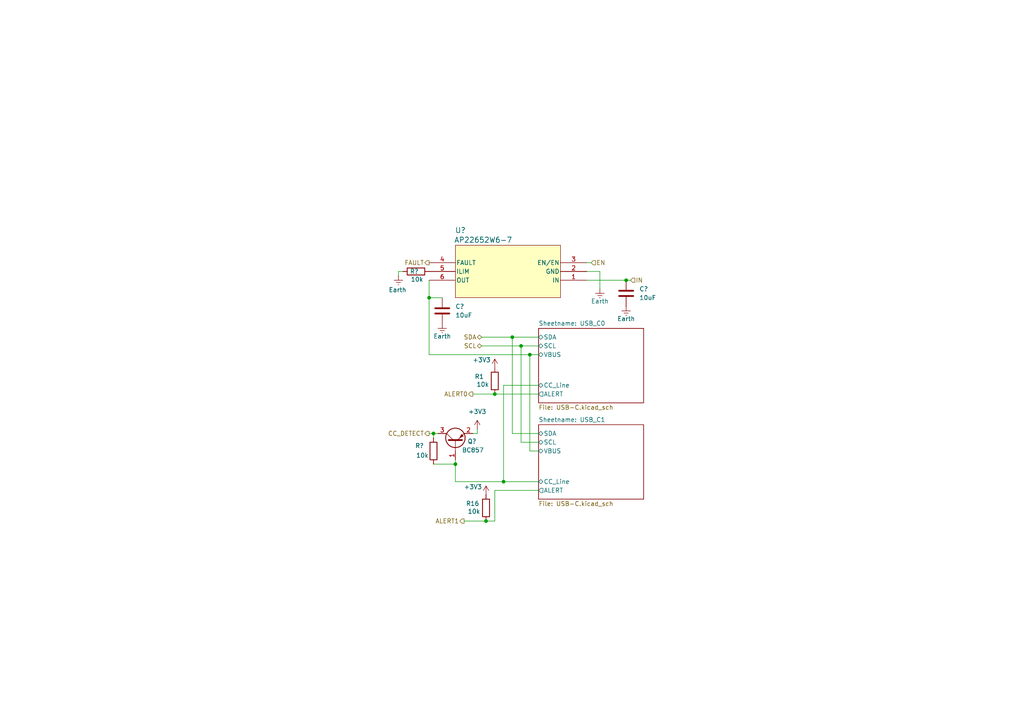
<source format=kicad_sch>
(kicad_sch (version 20250114) (generator "eeschema") (generator_version "9.0")
  (paper "A4")
  (lib_symbols
    (symbol "Device:C" (pin_numbers (hide yes)) (pin_names (offset 0.254))
      (property "Reference" "C" (at 0.635 2.54 0))
      (property "Value" "C" (at 0.635 -2.54 0))
      (symbol "C_0_1"
        (polyline (pts (xy -2.032 0.762) (xy 2.032 0.762)) (stroke (width 0.508)))
        (polyline (pts (xy -2.032 -0.762) (xy 2.032 -0.762)) (stroke (width 0.508)))
      )
      (symbol "C_1_1"
        (pin passive line (at 0 3.81 270) (length 2.794) (name "~") (number "1"))
        (pin passive line (at 0 -3.81 90) (length 2.794) (name "~") (number "2"))
      )
    )
    (symbol "Device:R" (pin_numbers (hide yes)) (pin_names (offset 0))
      (property "Reference" "R" (at 2.032 0 90))
      (property "Value" "R" (at 0 0 90))
      (symbol "R_0_1"
        (rectangle (start -1.016 -2.54) (end 1.016 2.54) (stroke (width 0.254)))
      )
      (symbol "R_1_1"
        (pin passive line (at 0 3.81 270) (length 1.27) (name "~") (number "1"))
        (pin passive line (at 0 -3.81 90) (length 1.27) (name "~") (number "2"))
      )
    )
    (symbol "Library:AP22652W6-7" (pin_names (offset 0.254))
      (property "Reference" "U" (at 22.86 10.16 0))
      (property "Value" "AP22652W6-7" (at 22.86 7.62 0))
      (symbol "AP22652W6-7_0_1"
        (pin unspecified line (at 0 0 0) (length 7.62) (name "IN") (number "1"))
        (pin power_out line (at 0 -2.54 0) (length 7.62) (name "GND") (number "2"))
        (pin unspecified line (at 0 -5.08 0) (length 7.62) (name "EN/EN") (number "3"))
        (pin output line (at 45.72 0 180) (length 7.62) (name "OUT") (number "6"))
        (pin unspecified line (at 45.72 -2.54 180) (length 7.62) (name "ILIM") (number "5"))
        (pin unspecified line (at 45.72 -5.08 180) (length 7.62) (name "FAULT") (number "4"))
      )
      (symbol "AP22652W6-7_1_1"
        (rectangle (start 7.62 5.08) (end 38.1 -10.16) (fill (type background)))
      )
    )
    (symbol "Transistor_BJT:BC857" (pin_names (offset 0) (hide yes))
      (property "Reference" "Q" (at 5.08 1.905 0))
      (property "Value" "BC857" (at 5.08 0 0))
      (symbol "BC857_0_1"
        (polyline (pts (xy -2.54 0) (xy 0.635 0)))
        (polyline (pts (xy 0.635 1.905) (xy 0.635 -1.905)) (stroke (width 0.508)))
        (polyline (pts (xy 0.635 0.635) (xy 2.54 2.54)))
        (polyline (pts (xy 0.635 -0.635) (xy 2.54 -2.54)))
        (circle (center 1.27 0) (radius 2.8194) (stroke (width 0.254)))
        (polyline (pts (xy 2.286 -1.778) (xy 1.778 -2.286) (xy 1.27 -1.27) (xy 2.286 -1.778)) (fill (type outline)))
      )
      (symbol "BC857_1_1"
        (pin input line (at -5.08 0 0) (length 2.54) (name "B") (number "1"))
        (pin passive line (at 2.54 5.08 270) (length 2.54) (name "C") (number "3"))
        (pin passive line (at 2.54 -5.08 90) (length 2.54) (name "E") (number "2"))
      )
    )
    (symbol "power:+3V3" (power) (pin_numbers (hide yes)) (pin_names (offset 0) (hide yes))
      (property "Value" "+3V3" (at 0 3.556 0))
      (symbol "+3V3_0_1"
        (polyline (pts (xy -0.762 1.27) (xy 0 2.54)))
        (polyline (pts (xy 0 2.54) (xy 0.762 1.27)))
        (polyline (pts (xy 0 0) (xy 0 2.54)))
      )
      (symbol "+3V3_1_1"
        (pin power_in line (at 0 0 90) (length 0) (name "~") (number "1"))
      )
    )
    (symbol "power:Earth" (power) (pin_numbers (hide yes)) (pin_names (offset 0) (hide yes))
      (property "Value" "Earth" (at 0 -3.81 0))
      (symbol "Earth_0_1"
        (polyline (pts (xy -0.635 -1.905) (xy 0.635 -1.905)))
        (polyline (pts (xy -0.127 -2.54) (xy 0.127 -2.54)))
        (polyline (pts (xy 0 -1.27) (xy 0 0)))
        (polyline (pts (xy 1.27 -1.27) (xy -1.27 -1.27)))
      )
      (symbol "Earth_1_1"
        (pin power_in line (at 0 0 270) (length 0) (name "~") (number "1"))
      )
    )
  )
  (junction (at 125.73 125.73))
  (junction (at 148.59 97.79))
  (junction (at 181.61 81.28))
  (junction (at 151.13 100.33))
  (junction (at 146.05 139.7))
  (junction (at 140.97 151.13))
  (junction (at 143.51 114.3))
  (junction (at 153.67 102.87))
  (junction (at 124.46 86.36))
  (junction (at 132.08 134.62))
  (wire (pts (xy 139.7 100.33) (xy 151.13 100.33)))
  (wire (pts (xy 143.51 142.24) (xy 143.51 151.13)))
  (wire (pts (xy 132.08 139.7) (xy 146.05 139.7)))
  (wire (pts (xy 124.46 81.28) (xy 124.46 86.36)))
  (wire (pts (xy 124.46 125.73) (xy 125.73 125.73)))
  (wire (pts (xy 132.08 134.62) (xy 132.08 133.35)))
  (wire (pts (xy 173.99 83.82) (xy 173.99 78.74)))
  (wire (pts (xy 137.16 114.3) (xy 143.51 114.3)))
  (wire (pts (xy 151.13 100.33) (xy 151.13 128.27)))
  (wire (pts (xy 143.51 114.3) (xy 156.21 114.3)))
  (wire (pts (xy 124.46 102.87) (xy 153.67 102.87)))
  (wire (pts (xy 153.67 102.87) (xy 156.21 102.87)))
  (wire (pts (xy 140.97 151.13) (xy 134.62 151.13)))
  (wire (pts (xy 128.27 86.36) (xy 124.46 86.36)))
  (wire (pts (xy 170.18 81.28) (xy 181.61 81.28)))
  (wire (pts (xy 143.51 151.13) (xy 140.97 151.13)))
  (wire (pts (xy 138.43 125.73) (xy 137.16 125.73)))
  (wire (pts (xy 115.57 80.01) (xy 115.57 78.74)))
  (wire (pts (xy 156.21 125.73) (xy 148.59 125.73)))
  (wire (pts (xy 115.57 78.74) (xy 116.84 78.74)))
  (wire (pts (xy 156.21 130.81) (xy 153.67 130.81)))
  (wire (pts (xy 124.46 86.36) (xy 124.46 102.87)))
  (wire (pts (xy 138.43 124.46) (xy 138.43 125.73)))
  (wire (pts (xy 148.59 97.79) (xy 156.21 97.79)))
  (wire (pts (xy 173.99 78.74) (xy 170.18 78.74)))
  (wire (pts (xy 146.05 111.76) (xy 156.21 111.76)))
  (wire (pts (xy 125.73 125.73) (xy 127 125.73)))
  (wire (pts (xy 171.45 76.2) (xy 170.18 76.2)))
  (wire (pts (xy 132.08 134.62) (xy 132.08 139.7)))
  (wire (pts (xy 148.59 125.73) (xy 148.59 97.79)))
  (wire (pts (xy 153.67 102.87) (xy 153.67 130.81)))
  (wire (pts (xy 125.73 134.62) (xy 132.08 134.62)))
  (wire (pts (xy 182.88 81.28) (xy 181.61 81.28)))
  (wire (pts (xy 125.73 127) (xy 125.73 125.73)))
  (wire (pts (xy 146.05 111.76) (xy 146.05 139.7)))
  (wire (pts (xy 156.21 128.27) (xy 151.13 128.27)))
  (wire (pts (xy 146.05 139.7) (xy 156.21 139.7)))
  (wire (pts (xy 143.51 142.24) (xy 156.21 142.24)))
  (wire (pts (xy 139.7 97.79) (xy 148.59 97.79)))
  (wire (pts (xy 151.13 100.33) (xy 156.21 100.33)))
  (hierarchical_label "CC_DETECT" (shape output) (at 124.46 125.73 180))
  (hierarchical_label "SDA" (shape bidirectional) (at 139.7 97.79 180))
  (hierarchical_label "EN" (shape input) (at 171.45 76.2 0))
  (hierarchical_label "IN" (shape input) (at 182.88 81.28 0))
  (hierarchical_label "FAULT" (shape output) (at 124.46 76.2 180))
  (hierarchical_label "SCL" (shape bidirectional) (at 139.7 100.33 180))
  (hierarchical_label "ALERT0" (shape output) (at 137.16 114.3 180))
  (hierarchical_label "ALERT1" (shape output) (at 134.62 151.13 180))
  (symbol (lib_id "power:+3V3") (at 140.97 143.51 0) (unit 1)
    (property "Reference" "#PWR020" (effects (hide yes)))
    (property "Value" "+3V3" (at 137.16 141.224 0))
    (property "Description" "Power symbol creates a global label with name \"+3V3\"" (effects (hide yes)))
    (instances (project "SlimeVR_Dock" (path "" (reference "#PWR020") (unit 1)) (path "" (reference "#PWR049") (unit 1)) (path "" (reference "#PWR050") (unit 1)) (path "" (reference "#PWR048") (unit 1))))
  )
  (symbol (lib_id "Device:R") (at 120.65 78.74 270) (unit 1)
    (property "Reference" "R?" (at 118.872 78.74 90) (effects (justify left)))
    (property "Value" "10k" (at 119.126 81.026 90) (effects (justify left)))
    (property "Description" "Resistor" (effects (hide yes)))
  )
  (symbol (lib_id "Device:R") (at 143.51 110.49 0) (unit 1)
    (property "Reference" "R1" (at 137.668 109.22 0) (effects (justify left)))
    (property "Value" "10k" (at 138.176 111.506 0) (effects (justify left)))
    (property "Description" "Resistor" (effects (hide yes)))
  )
  (symbol (lib_id "power:+3V3") (at 138.43 124.46 0) (unit 1)
    (property "Reference" "#PWR?" (effects (hide yes)))
    (property "Value" "+3V3" (at 138.43 119.38 0))
    (property "Description" "Power symbol creates a global label with name \"+3V3\"" (effects (hide yes)))
  )
  (symbol (lib_id "Device:C") (at 181.61 85.09 0) (unit 1)
    (property "Reference" "C?" (at 185.42 83.8199 0) (effects (justify left)))
    (property "Value" "10uF" (at 185.42 86.3599 0) (effects (justify left)))
    (property "Description" "Unpolarized capacitor" (effects (hide yes)))
  )
  (symbol (lib_id "Device:C") (at 128.27 90.17 0) (unit 1)
    (property "Reference" "C?" (at 132.08 88.8999 0) (effects (justify left)))
    (property "Value" "10uF" (at 132.08 91.4399 0) (effects (justify left)))
    (property "Description" "Unpolarized capacitor" (effects (hide yes)))
  )
  (symbol (lib_id "Device:R") (at 125.73 130.81 0) (unit 1)
    (property "Reference" "R?" (at 120.396 129.286 0) (effects (justify left)))
    (property "Value" "10k" (at 120.65 132.08 0) (effects (justify left)))
    (property "Description" "Resistor" (effects (hide yes)))
  )
  (symbol (lib_id "Transistor_BJT:BC857") (at 132.08 128.27 90) (unit 1)
    (property "Reference" "Q?" (at 136.906 128.016 90))
    (property "Value" "BC857" (at 137.16 130.556 90))
    (property "Footprint" "Package_TO_SOT_SMD:SOT-23" (effects (hide yes)))
    (property "Datasheet" "https://www.onsemi.com/pub/Collateral/BC860-D.pdf" (effects (hide yes)))
    (property "Description" "0.1A Ic, 45V Vce, PNP Transistor, SOT-23" (effects (hide yes)))
  )
  (symbol (lib_id "power:Earth") (at 181.61 88.9 0) (unit 1)
    (property "Reference" "#PWR?" (effects (hide yes)))
    (property "Value" "Earth" (at 181.61 92.456 0))
    (property "Description" "Power symbol creates a global label with name \"Earth\"" (effects (hide yes)))
  )
  (symbol (lib_id "power:Earth") (at 115.57 80.01 0) (unit 1)
    (property "Reference" "#PWR?" (effects (hide yes)))
    (property "Value" "Earth" (at 115.316 84.074 0))
    (property "Description" "Power symbol creates a global label with name \"Earth\"" (effects (hide yes)))
  )
  (symbol (lib_id "Device:R") (at 140.97 147.32 0) (unit 1)
    (property "Reference" "R16" (at 135.128 146.05 0) (effects (justify left)))
    (property "Value" "10k" (at 135.636 148.336 0) (effects (justify left)))
    (property "Description" "Resistor" (effects (hide yes)))
    (instances (project "SlimeVR_Dock" (path "" (reference "R16") (unit 1)) (path "" (reference "R18") (unit 1)) (path "" (reference "R19") (unit 1)) (path "" (reference "R17") (unit 1))))
  )
  (symbol (lib_id "Library:AP22652W6-7") (at 170.18 81.28 180) (unit 1)
    (property "Reference" "U?" (at 135.128 66.802 0) (effects (font (size 1.524 1.524)) (justify left)))
    (property "Value" "AP22652W6-7" (at 148.59 69.596 0) (effects (font (size 1.524 1.524)) (justify left)))
    (property "Footprint" "SOIC_52W6-7_DIO" (effects (hide yes)))
    (property "Datasheet" "AP22652W6-7" (effects (hide yes)))
  )
  (symbol (lib_id "power:+3V3") (at 143.51 106.68 0) (unit 1)
    (property "Reference" "#PWR01" (effects (hide yes)))
    (property "Value" "+3V3" (at 139.7 104.394 0))
    (property "Description" "Power symbol creates a global label with name \"+3V3\"" (effects (hide yes)))
  )
  (symbol (lib_id "power:Earth") (at 173.99 83.82 0) (unit 1)
    (property "Reference" "#PWR?" (effects (hide yes)))
    (property "Value" "Earth" (at 173.99 87.376 0))
    (property "Description" "Power symbol creates a global label with name \"Earth\"" (effects (hide yes)))
  )
  (symbol (lib_id "power:Earth") (at 128.27 93.98 0) (unit 1)
    (property "Reference" "#PWR?" (effects (hide yes)))
    (property "Value" "Earth" (at 128.27 97.536 0))
    (property "Description" "Power symbol creates a global label with name \"Earth\"" (effects (hide yes)))
  )
  (sheet (at 156.21 123.19) (size 30.48 21.59) (stroke (width 0.1524))
    (property "Sheetname" "USB_C1" (at 156.21 122.4784 0) (show_name yes) (effects (justify left bottom)))
    (property "Sheetfile" "USB-C.kicad_sch" (at 156.21 145.3646 0) (effects (justify left top)))
    (pin "ALERT" output (at 156.21 142.24 180))
    (pin "SDA" bidirectional (at 156.21 125.73 180))
    (pin "CC_Line" bidirectional (at 156.21 139.7 180))
    (pin "SCL" bidirectional (at 156.21 128.27 180))
    (pin "VBUS" bidirectional (at 156.21 130.81 180))
  )
  (sheet (at 156.21 95.25) (size 30.48 21.59) (stroke (width 0.1524))
    (property "Sheetname" "USB_C0" (at 156.21 94.5384 0) (show_name yes) (effects (justify left bottom)))
    (property "Sheetfile" "USB-C.kicad_sch" (at 156.21 117.4246 0) (effects (justify left top)))
    (pin "ALERT" output (at 156.21 114.3 180))
    (pin "SDA" bidirectional (at 156.21 97.79 180))
    (pin "CC_Line" bidirectional (at 156.21 111.76 180))
    (pin "SCL" bidirectional (at 156.21 100.33 180))
    (pin "VBUS" bidirectional (at 156.21 102.87 180))
  )
)
</source>
